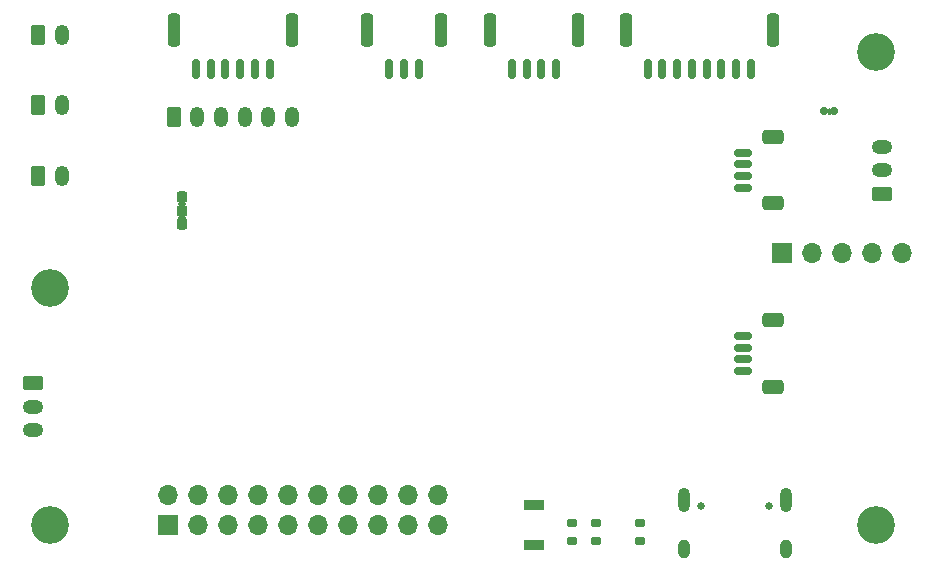
<source format=gbr>
%TF.GenerationSoftware,KiCad,Pcbnew,(5.99.0-9885-g7a8abcadd2)*%
%TF.CreationDate,2021-03-24T01:14:47-05:00*%
%TF.ProjectId,24_control_board,32345f63-6f6e-4747-926f-6c5f626f6172,rev?*%
%TF.SameCoordinates,Original*%
%TF.FileFunction,Soldermask,Top*%
%TF.FilePolarity,Negative*%
%FSLAX46Y46*%
G04 Gerber Fmt 4.6, Leading zero omitted, Abs format (unit mm)*
G04 Created by KiCad (PCBNEW (5.99.0-9885-g7a8abcadd2)) date 2021-03-24 01:14:47*
%MOMM*%
%LPD*%
G01*
G04 APERTURE LIST*
G04 Aperture macros list*
%AMRoundRect*
0 Rectangle with rounded corners*
0 $1 Rounding radius*
0 $2 $3 $4 $5 $6 $7 $8 $9 X,Y pos of 4 corners*
0 Add a 4 corners polygon primitive as box body*
4,1,4,$2,$3,$4,$5,$6,$7,$8,$9,$2,$3,0*
0 Add four circle primitives for the rounded corners*
1,1,$1+$1,$2,$3*
1,1,$1+$1,$4,$5*
1,1,$1+$1,$6,$7*
1,1,$1+$1,$8,$9*
0 Add four rect primitives between the rounded corners*
20,1,$1+$1,$2,$3,$4,$5,0*
20,1,$1+$1,$4,$5,$6,$7,0*
20,1,$1+$1,$6,$7,$8,$9,0*
20,1,$1+$1,$8,$9,$2,$3,0*%
G04 Aperture macros list end*
%ADD10C,0.150000*%
%ADD11RoundRect,0.150000X0.300000X-0.150000X0.300000X0.150000X-0.300000X0.150000X-0.300000X-0.150000X0*%
%ADD12R,1.700000X1.700000*%
%ADD13O,1.700000X1.700000*%
%ADD14RoundRect,0.250000X-0.350000X-0.625000X0.350000X-0.625000X0.350000X0.625000X-0.350000X0.625000X0*%
%ADD15O,1.200000X1.750000*%
%ADD16RoundRect,0.150000X-0.175000X-0.150000X0.175000X-0.150000X0.175000X0.150000X-0.175000X0.150000X0*%
%ADD17RoundRect,0.225000X0.225000X-0.250000X0.225000X0.250000X-0.225000X0.250000X-0.225000X-0.250000X0*%
%ADD18RoundRect,0.250000X0.625000X-0.350000X0.625000X0.350000X-0.625000X0.350000X-0.625000X-0.350000X0*%
%ADD19O,1.750000X1.200000*%
%ADD20C,3.200000*%
%ADD21RoundRect,0.150000X-0.150000X-0.700000X0.150000X-0.700000X0.150000X0.700000X-0.150000X0.700000X0*%
%ADD22RoundRect,0.250000X-0.250000X-1.150000X0.250000X-1.150000X0.250000X1.150000X-0.250000X1.150000X0*%
%ADD23RoundRect,0.150000X-0.625000X0.150000X-0.625000X-0.150000X0.625000X-0.150000X0.625000X0.150000X0*%
%ADD24RoundRect,0.250000X-0.650000X0.350000X-0.650000X-0.350000X0.650000X-0.350000X0.650000X0.350000X0*%
%ADD25R,1.700000X0.900000*%
%ADD26RoundRect,0.250000X-0.625000X0.350000X-0.625000X-0.350000X0.625000X-0.350000X0.625000X0.350000X0*%
%ADD27C,0.650000*%
%ADD28O,1.000000X2.100000*%
%ADD29O,1.000000X1.600000*%
G04 APERTURE END LIST*
D10*
%TO.C,JP101*%
X161950000Y-79800000D02*
X162050000Y-79800000D01*
X162050000Y-79800000D02*
X162050000Y-80200000D01*
X162050000Y-80200000D02*
X161950000Y-80200000D01*
X161950000Y-80200000D02*
X161950000Y-79800000D01*
G36*
X162050000Y-80200000D02*
G01*
X161950000Y-80200000D01*
X161950000Y-79800000D01*
X162050000Y-79800000D01*
X162050000Y-80200000D01*
G37*
X162050000Y-80200000D02*
X161950000Y-80200000D01*
X161950000Y-79800000D01*
X162050000Y-79800000D01*
X162050000Y-80200000D01*
%TO.C,JP102*%
X106950000Y-87875000D02*
X106950000Y-87775000D01*
X106950000Y-87775000D02*
X107450000Y-87775000D01*
X107450000Y-87775000D02*
X107450000Y-87875000D01*
X107450000Y-87875000D02*
X106950000Y-87875000D01*
G36*
X107450000Y-87875000D02*
G01*
X106950000Y-87875000D01*
X106950000Y-87775000D01*
X107450000Y-87775000D01*
X107450000Y-87875000D01*
G37*
X107450000Y-87875000D02*
X106950000Y-87875000D01*
X106950000Y-87775000D01*
X107450000Y-87775000D01*
X107450000Y-87875000D01*
X106950000Y-89025000D02*
X106950000Y-88925000D01*
X106950000Y-88925000D02*
X107450000Y-88925000D01*
X107450000Y-88925000D02*
X107450000Y-89025000D01*
X107450000Y-89025000D02*
X106950000Y-89025000D01*
G36*
X107450000Y-89025000D02*
G01*
X106950000Y-89025000D01*
X106950000Y-88925000D01*
X107450000Y-88925000D01*
X107450000Y-89025000D01*
G37*
X107450000Y-89025000D02*
X106950000Y-89025000D01*
X106950000Y-88925000D01*
X107450000Y-88925000D01*
X107450000Y-89025000D01*
%TD*%
D11*
%TO.C,D501*%
X146000000Y-116350000D03*
X146000000Y-114850000D03*
%TD*%
%TO.C,D502*%
X142250000Y-116350000D03*
X142250000Y-114850000D03*
%TD*%
%TO.C,D503*%
X140250000Y-116350000D03*
X140250000Y-114850000D03*
%TD*%
D12*
%TO.C,J501*%
X158000000Y-92000000D03*
D13*
X160540000Y-92000000D03*
X163080000Y-92000000D03*
X165620000Y-92000000D03*
X168160000Y-92000000D03*
%TD*%
D14*
%TO.C,J601*%
X95000000Y-73500000D03*
D15*
X97000000Y-73500000D03*
%TD*%
D16*
%TO.C,JP101*%
X161575000Y-80000000D03*
X162425000Y-80000000D03*
%TD*%
D17*
%TO.C,JP102*%
X107200000Y-89550000D03*
X107200000Y-88400000D03*
X107200000Y-87250000D03*
%TD*%
D18*
%TO.C,K101*%
X166500000Y-87000000D03*
D19*
X166500000Y-85000000D03*
X166500000Y-83000000D03*
%TD*%
D20*
%TO.C,MK101*%
X96000000Y-115000000D03*
%TD*%
%TO.C,MK102*%
X166000000Y-115000000D03*
%TD*%
%TO.C,MK103*%
X166000000Y-75000000D03*
%TD*%
%TO.C,MK104*%
X96000000Y-95000000D03*
%TD*%
D21*
%TO.C,P101*%
X146625000Y-76450000D03*
X147875000Y-76450000D03*
X149125000Y-76450000D03*
X150375000Y-76450000D03*
X151625000Y-76450000D03*
X152875000Y-76450000D03*
X154125000Y-76450000D03*
X155375000Y-76450000D03*
D22*
X144775000Y-73100000D03*
X157225000Y-73100000D03*
%TD*%
D21*
%TO.C,P102*%
X135125000Y-76450000D03*
X136375000Y-76450000D03*
X137625000Y-76450000D03*
X138875000Y-76450000D03*
D22*
X133275000Y-73100000D03*
X140725000Y-73100000D03*
%TD*%
D23*
%TO.C,P103*%
X154675000Y-83500000D03*
X154675000Y-84500000D03*
X154675000Y-85500000D03*
X154675000Y-86500000D03*
D24*
X157200000Y-87800000D03*
X157200000Y-82200000D03*
%TD*%
D23*
%TO.C,P501*%
X154675000Y-99000000D03*
X154675000Y-100000000D03*
X154675000Y-101000000D03*
X154675000Y-102000000D03*
D24*
X157200000Y-103300000D03*
X157200000Y-97700000D03*
%TD*%
D25*
%TO.C,SW501*%
X137000000Y-116700000D03*
X137000000Y-113300000D03*
%TD*%
D14*
%TO.C,J602*%
X95000000Y-85500000D03*
D15*
X97000000Y-85500000D03*
%TD*%
D14*
%TO.C,J603*%
X95000000Y-79500000D03*
D15*
X97000000Y-79500000D03*
%TD*%
D14*
%TO.C,P104*%
X106500000Y-80500000D03*
D15*
X108500000Y-80500000D03*
X110500000Y-80500000D03*
X112500000Y-80500000D03*
X114500000Y-80500000D03*
X116500000Y-80500000D03*
%TD*%
D26*
%TO.C,K1*%
X94550000Y-103000000D03*
D19*
X94550000Y-105000000D03*
X94550000Y-107000000D03*
%TD*%
D21*
%TO.C,P110*%
X108375000Y-76450000D03*
X109625000Y-76450000D03*
X110875000Y-76450000D03*
X112125000Y-76450000D03*
X113375000Y-76450000D03*
X114625000Y-76450000D03*
D22*
X116475000Y-73100000D03*
X106525000Y-73100000D03*
%TD*%
D21*
%TO.C,J1*%
X124750000Y-76450000D03*
X126000000Y-76450000D03*
X127250000Y-76450000D03*
D22*
X129100000Y-73100000D03*
X122900000Y-73100000D03*
%TD*%
D27*
%TO.C,J401*%
X156890000Y-113400000D03*
X151110000Y-113400000D03*
D28*
X158320000Y-112870000D03*
X149680000Y-112870000D03*
D29*
X158320000Y-117050000D03*
X149680000Y-117050000D03*
%TD*%
D12*
%TO.C,J901*%
X106000000Y-115000000D03*
D13*
X106000000Y-112460000D03*
X108540000Y-115000000D03*
X108540000Y-112460000D03*
X111080000Y-115000000D03*
X111080000Y-112460000D03*
X113620000Y-115000000D03*
X113620000Y-112460000D03*
X116160000Y-115000000D03*
X116160000Y-112460000D03*
X118700000Y-115000000D03*
X118700000Y-112460000D03*
X121240000Y-115000000D03*
X121240000Y-112460000D03*
X123780000Y-115000000D03*
X123780000Y-112460000D03*
X126320000Y-115000000D03*
X126320000Y-112460000D03*
X128860000Y-115000000D03*
X128860000Y-112460000D03*
%TD*%
M02*

</source>
